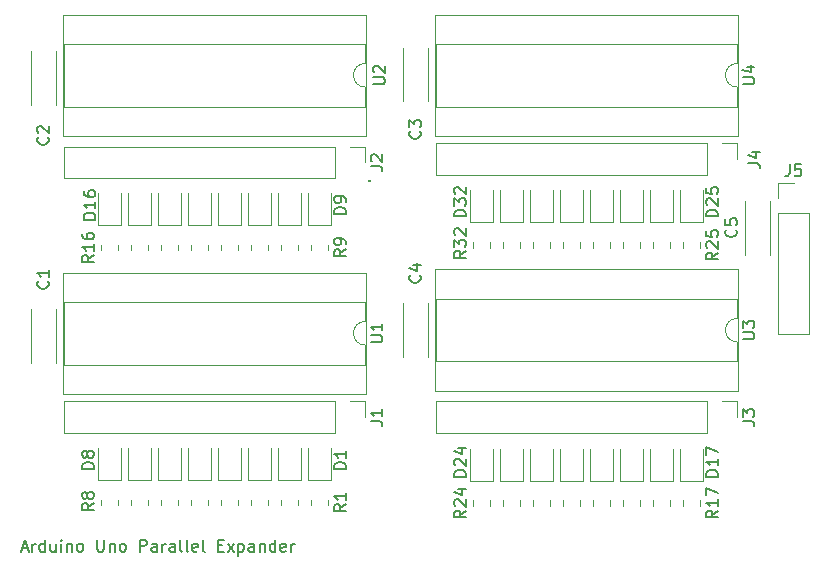
<source format=gbr>
%TF.GenerationSoftware,KiCad,Pcbnew,8.0.8*%
%TF.CreationDate,2025-02-03T13:00:51-08:00*%
%TF.ProjectId,ArduinoExpander,41726475-696e-46f4-9578-70616e646572,rev?*%
%TF.SameCoordinates,Original*%
%TF.FileFunction,Legend,Top*%
%TF.FilePolarity,Positive*%
%FSLAX46Y46*%
G04 Gerber Fmt 4.6, Leading zero omitted, Abs format (unit mm)*
G04 Created by KiCad (PCBNEW 8.0.8) date 2025-02-03 13:00:51*
%MOMM*%
%LPD*%
G01*
G04 APERTURE LIST*
%ADD10C,0.150000*%
%ADD11C,0.120000*%
G04 APERTURE END LIST*
D10*
X123127580Y-71246666D02*
X123175200Y-71294285D01*
X123175200Y-71294285D02*
X123222819Y-71437142D01*
X123222819Y-71437142D02*
X123222819Y-71532380D01*
X123222819Y-71532380D02*
X123175200Y-71675237D01*
X123175200Y-71675237D02*
X123079961Y-71770475D01*
X123079961Y-71770475D02*
X122984723Y-71818094D01*
X122984723Y-71818094D02*
X122794247Y-71865713D01*
X122794247Y-71865713D02*
X122651390Y-71865713D01*
X122651390Y-71865713D02*
X122460914Y-71818094D01*
X122460914Y-71818094D02*
X122365676Y-71770475D01*
X122365676Y-71770475D02*
X122270438Y-71675237D01*
X122270438Y-71675237D02*
X122222819Y-71532380D01*
X122222819Y-71532380D02*
X122222819Y-71437142D01*
X122222819Y-71437142D02*
X122270438Y-71294285D01*
X122270438Y-71294285D02*
X122318057Y-71246666D01*
X122222819Y-70341904D02*
X122222819Y-70818094D01*
X122222819Y-70818094D02*
X122699009Y-70865713D01*
X122699009Y-70865713D02*
X122651390Y-70818094D01*
X122651390Y-70818094D02*
X122603771Y-70722856D01*
X122603771Y-70722856D02*
X122603771Y-70484761D01*
X122603771Y-70484761D02*
X122651390Y-70389523D01*
X122651390Y-70389523D02*
X122699009Y-70341904D01*
X122699009Y-70341904D02*
X122794247Y-70294285D01*
X122794247Y-70294285D02*
X123032342Y-70294285D01*
X123032342Y-70294285D02*
X123127580Y-70341904D01*
X123127580Y-70341904D02*
X123175200Y-70389523D01*
X123175200Y-70389523D02*
X123222819Y-70484761D01*
X123222819Y-70484761D02*
X123222819Y-70722856D01*
X123222819Y-70722856D02*
X123175200Y-70818094D01*
X123175200Y-70818094D02*
X123127580Y-70865713D01*
X64875580Y-75604666D02*
X64923200Y-75652285D01*
X64923200Y-75652285D02*
X64970819Y-75795142D01*
X64970819Y-75795142D02*
X64970819Y-75890380D01*
X64970819Y-75890380D02*
X64923200Y-76033237D01*
X64923200Y-76033237D02*
X64827961Y-76128475D01*
X64827961Y-76128475D02*
X64732723Y-76176094D01*
X64732723Y-76176094D02*
X64542247Y-76223713D01*
X64542247Y-76223713D02*
X64399390Y-76223713D01*
X64399390Y-76223713D02*
X64208914Y-76176094D01*
X64208914Y-76176094D02*
X64113676Y-76128475D01*
X64113676Y-76128475D02*
X64018438Y-76033237D01*
X64018438Y-76033237D02*
X63970819Y-75890380D01*
X63970819Y-75890380D02*
X63970819Y-75795142D01*
X63970819Y-75795142D02*
X64018438Y-75652285D01*
X64018438Y-75652285D02*
X64066057Y-75604666D01*
X64970819Y-74652285D02*
X64970819Y-75223713D01*
X64970819Y-74937999D02*
X63970819Y-74937999D01*
X63970819Y-74937999D02*
X64113676Y-75033237D01*
X64113676Y-75033237D02*
X64208914Y-75128475D01*
X64208914Y-75128475D02*
X64256533Y-75223713D01*
X90116819Y-72914166D02*
X89640628Y-73247499D01*
X90116819Y-73485594D02*
X89116819Y-73485594D01*
X89116819Y-73485594D02*
X89116819Y-73104642D01*
X89116819Y-73104642D02*
X89164438Y-73009404D01*
X89164438Y-73009404D02*
X89212057Y-72961785D01*
X89212057Y-72961785D02*
X89307295Y-72914166D01*
X89307295Y-72914166D02*
X89450152Y-72914166D01*
X89450152Y-72914166D02*
X89545390Y-72961785D01*
X89545390Y-72961785D02*
X89593009Y-73009404D01*
X89593009Y-73009404D02*
X89640628Y-73104642D01*
X89640628Y-73104642D02*
X89640628Y-73485594D01*
X90116819Y-72437975D02*
X90116819Y-72247499D01*
X90116819Y-72247499D02*
X90069200Y-72152261D01*
X90069200Y-72152261D02*
X90021580Y-72104642D01*
X90021580Y-72104642D02*
X89878723Y-72009404D01*
X89878723Y-72009404D02*
X89688247Y-71961785D01*
X89688247Y-71961785D02*
X89307295Y-71961785D01*
X89307295Y-71961785D02*
X89212057Y-72009404D01*
X89212057Y-72009404D02*
X89164438Y-72057023D01*
X89164438Y-72057023D02*
X89116819Y-72152261D01*
X89116819Y-72152261D02*
X89116819Y-72342737D01*
X89116819Y-72342737D02*
X89164438Y-72437975D01*
X89164438Y-72437975D02*
X89212057Y-72485594D01*
X89212057Y-72485594D02*
X89307295Y-72533213D01*
X89307295Y-72533213D02*
X89545390Y-72533213D01*
X89545390Y-72533213D02*
X89640628Y-72485594D01*
X89640628Y-72485594D02*
X89688247Y-72437975D01*
X89688247Y-72437975D02*
X89735866Y-72342737D01*
X89735866Y-72342737D02*
X89735866Y-72152261D01*
X89735866Y-72152261D02*
X89688247Y-72057023D01*
X89688247Y-72057023D02*
X89640628Y-72009404D01*
X89640628Y-72009404D02*
X89545390Y-71961785D01*
X64875580Y-63412666D02*
X64923200Y-63460285D01*
X64923200Y-63460285D02*
X64970819Y-63603142D01*
X64970819Y-63603142D02*
X64970819Y-63698380D01*
X64970819Y-63698380D02*
X64923200Y-63841237D01*
X64923200Y-63841237D02*
X64827961Y-63936475D01*
X64827961Y-63936475D02*
X64732723Y-63984094D01*
X64732723Y-63984094D02*
X64542247Y-64031713D01*
X64542247Y-64031713D02*
X64399390Y-64031713D01*
X64399390Y-64031713D02*
X64208914Y-63984094D01*
X64208914Y-63984094D02*
X64113676Y-63936475D01*
X64113676Y-63936475D02*
X64018438Y-63841237D01*
X64018438Y-63841237D02*
X63970819Y-63698380D01*
X63970819Y-63698380D02*
X63970819Y-63603142D01*
X63970819Y-63603142D02*
X64018438Y-63460285D01*
X64018438Y-63460285D02*
X64066057Y-63412666D01*
X64066057Y-63031713D02*
X64018438Y-62984094D01*
X64018438Y-62984094D02*
X63970819Y-62888856D01*
X63970819Y-62888856D02*
X63970819Y-62650761D01*
X63970819Y-62650761D02*
X64018438Y-62555523D01*
X64018438Y-62555523D02*
X64066057Y-62507904D01*
X64066057Y-62507904D02*
X64161295Y-62460285D01*
X64161295Y-62460285D02*
X64256533Y-62460285D01*
X64256533Y-62460285D02*
X64399390Y-62507904D01*
X64399390Y-62507904D02*
X64970819Y-63079332D01*
X64970819Y-63079332D02*
X64970819Y-62460285D01*
X92133200Y-67049017D02*
X92180819Y-67096637D01*
X92180819Y-67096637D02*
X92133200Y-67144256D01*
X92133200Y-67144256D02*
X92085581Y-67096637D01*
X92085581Y-67096637D02*
X92133200Y-67049017D01*
X92133200Y-67049017D02*
X92133200Y-67144256D01*
X62667998Y-98213104D02*
X63144188Y-98213104D01*
X62572760Y-98498819D02*
X62906093Y-97498819D01*
X62906093Y-97498819D02*
X63239426Y-98498819D01*
X63572760Y-98498819D02*
X63572760Y-97832152D01*
X63572760Y-98022628D02*
X63620379Y-97927390D01*
X63620379Y-97927390D02*
X63667998Y-97879771D01*
X63667998Y-97879771D02*
X63763236Y-97832152D01*
X63763236Y-97832152D02*
X63858474Y-97832152D01*
X64620379Y-98498819D02*
X64620379Y-97498819D01*
X64620379Y-98451200D02*
X64525141Y-98498819D01*
X64525141Y-98498819D02*
X64334665Y-98498819D01*
X64334665Y-98498819D02*
X64239427Y-98451200D01*
X64239427Y-98451200D02*
X64191808Y-98403580D01*
X64191808Y-98403580D02*
X64144189Y-98308342D01*
X64144189Y-98308342D02*
X64144189Y-98022628D01*
X64144189Y-98022628D02*
X64191808Y-97927390D01*
X64191808Y-97927390D02*
X64239427Y-97879771D01*
X64239427Y-97879771D02*
X64334665Y-97832152D01*
X64334665Y-97832152D02*
X64525141Y-97832152D01*
X64525141Y-97832152D02*
X64620379Y-97879771D01*
X65525141Y-97832152D02*
X65525141Y-98498819D01*
X65096570Y-97832152D02*
X65096570Y-98355961D01*
X65096570Y-98355961D02*
X65144189Y-98451200D01*
X65144189Y-98451200D02*
X65239427Y-98498819D01*
X65239427Y-98498819D02*
X65382284Y-98498819D01*
X65382284Y-98498819D02*
X65477522Y-98451200D01*
X65477522Y-98451200D02*
X65525141Y-98403580D01*
X66001332Y-98498819D02*
X66001332Y-97832152D01*
X66001332Y-97498819D02*
X65953713Y-97546438D01*
X65953713Y-97546438D02*
X66001332Y-97594057D01*
X66001332Y-97594057D02*
X66048951Y-97546438D01*
X66048951Y-97546438D02*
X66001332Y-97498819D01*
X66001332Y-97498819D02*
X66001332Y-97594057D01*
X66477522Y-97832152D02*
X66477522Y-98498819D01*
X66477522Y-97927390D02*
X66525141Y-97879771D01*
X66525141Y-97879771D02*
X66620379Y-97832152D01*
X66620379Y-97832152D02*
X66763236Y-97832152D01*
X66763236Y-97832152D02*
X66858474Y-97879771D01*
X66858474Y-97879771D02*
X66906093Y-97975009D01*
X66906093Y-97975009D02*
X66906093Y-98498819D01*
X67525141Y-98498819D02*
X67429903Y-98451200D01*
X67429903Y-98451200D02*
X67382284Y-98403580D01*
X67382284Y-98403580D02*
X67334665Y-98308342D01*
X67334665Y-98308342D02*
X67334665Y-98022628D01*
X67334665Y-98022628D02*
X67382284Y-97927390D01*
X67382284Y-97927390D02*
X67429903Y-97879771D01*
X67429903Y-97879771D02*
X67525141Y-97832152D01*
X67525141Y-97832152D02*
X67667998Y-97832152D01*
X67667998Y-97832152D02*
X67763236Y-97879771D01*
X67763236Y-97879771D02*
X67810855Y-97927390D01*
X67810855Y-97927390D02*
X67858474Y-98022628D01*
X67858474Y-98022628D02*
X67858474Y-98308342D01*
X67858474Y-98308342D02*
X67810855Y-98403580D01*
X67810855Y-98403580D02*
X67763236Y-98451200D01*
X67763236Y-98451200D02*
X67667998Y-98498819D01*
X67667998Y-98498819D02*
X67525141Y-98498819D01*
X69048951Y-97498819D02*
X69048951Y-98308342D01*
X69048951Y-98308342D02*
X69096570Y-98403580D01*
X69096570Y-98403580D02*
X69144189Y-98451200D01*
X69144189Y-98451200D02*
X69239427Y-98498819D01*
X69239427Y-98498819D02*
X69429903Y-98498819D01*
X69429903Y-98498819D02*
X69525141Y-98451200D01*
X69525141Y-98451200D02*
X69572760Y-98403580D01*
X69572760Y-98403580D02*
X69620379Y-98308342D01*
X69620379Y-98308342D02*
X69620379Y-97498819D01*
X70096570Y-97832152D02*
X70096570Y-98498819D01*
X70096570Y-97927390D02*
X70144189Y-97879771D01*
X70144189Y-97879771D02*
X70239427Y-97832152D01*
X70239427Y-97832152D02*
X70382284Y-97832152D01*
X70382284Y-97832152D02*
X70477522Y-97879771D01*
X70477522Y-97879771D02*
X70525141Y-97975009D01*
X70525141Y-97975009D02*
X70525141Y-98498819D01*
X71144189Y-98498819D02*
X71048951Y-98451200D01*
X71048951Y-98451200D02*
X71001332Y-98403580D01*
X71001332Y-98403580D02*
X70953713Y-98308342D01*
X70953713Y-98308342D02*
X70953713Y-98022628D01*
X70953713Y-98022628D02*
X71001332Y-97927390D01*
X71001332Y-97927390D02*
X71048951Y-97879771D01*
X71048951Y-97879771D02*
X71144189Y-97832152D01*
X71144189Y-97832152D02*
X71287046Y-97832152D01*
X71287046Y-97832152D02*
X71382284Y-97879771D01*
X71382284Y-97879771D02*
X71429903Y-97927390D01*
X71429903Y-97927390D02*
X71477522Y-98022628D01*
X71477522Y-98022628D02*
X71477522Y-98308342D01*
X71477522Y-98308342D02*
X71429903Y-98403580D01*
X71429903Y-98403580D02*
X71382284Y-98451200D01*
X71382284Y-98451200D02*
X71287046Y-98498819D01*
X71287046Y-98498819D02*
X71144189Y-98498819D01*
X72667999Y-98498819D02*
X72667999Y-97498819D01*
X72667999Y-97498819D02*
X73048951Y-97498819D01*
X73048951Y-97498819D02*
X73144189Y-97546438D01*
X73144189Y-97546438D02*
X73191808Y-97594057D01*
X73191808Y-97594057D02*
X73239427Y-97689295D01*
X73239427Y-97689295D02*
X73239427Y-97832152D01*
X73239427Y-97832152D02*
X73191808Y-97927390D01*
X73191808Y-97927390D02*
X73144189Y-97975009D01*
X73144189Y-97975009D02*
X73048951Y-98022628D01*
X73048951Y-98022628D02*
X72667999Y-98022628D01*
X74096570Y-98498819D02*
X74096570Y-97975009D01*
X74096570Y-97975009D02*
X74048951Y-97879771D01*
X74048951Y-97879771D02*
X73953713Y-97832152D01*
X73953713Y-97832152D02*
X73763237Y-97832152D01*
X73763237Y-97832152D02*
X73667999Y-97879771D01*
X74096570Y-98451200D02*
X74001332Y-98498819D01*
X74001332Y-98498819D02*
X73763237Y-98498819D01*
X73763237Y-98498819D02*
X73667999Y-98451200D01*
X73667999Y-98451200D02*
X73620380Y-98355961D01*
X73620380Y-98355961D02*
X73620380Y-98260723D01*
X73620380Y-98260723D02*
X73667999Y-98165485D01*
X73667999Y-98165485D02*
X73763237Y-98117866D01*
X73763237Y-98117866D02*
X74001332Y-98117866D01*
X74001332Y-98117866D02*
X74096570Y-98070247D01*
X74572761Y-98498819D02*
X74572761Y-97832152D01*
X74572761Y-98022628D02*
X74620380Y-97927390D01*
X74620380Y-97927390D02*
X74667999Y-97879771D01*
X74667999Y-97879771D02*
X74763237Y-97832152D01*
X74763237Y-97832152D02*
X74858475Y-97832152D01*
X75620380Y-98498819D02*
X75620380Y-97975009D01*
X75620380Y-97975009D02*
X75572761Y-97879771D01*
X75572761Y-97879771D02*
X75477523Y-97832152D01*
X75477523Y-97832152D02*
X75287047Y-97832152D01*
X75287047Y-97832152D02*
X75191809Y-97879771D01*
X75620380Y-98451200D02*
X75525142Y-98498819D01*
X75525142Y-98498819D02*
X75287047Y-98498819D01*
X75287047Y-98498819D02*
X75191809Y-98451200D01*
X75191809Y-98451200D02*
X75144190Y-98355961D01*
X75144190Y-98355961D02*
X75144190Y-98260723D01*
X75144190Y-98260723D02*
X75191809Y-98165485D01*
X75191809Y-98165485D02*
X75287047Y-98117866D01*
X75287047Y-98117866D02*
X75525142Y-98117866D01*
X75525142Y-98117866D02*
X75620380Y-98070247D01*
X76239428Y-98498819D02*
X76144190Y-98451200D01*
X76144190Y-98451200D02*
X76096571Y-98355961D01*
X76096571Y-98355961D02*
X76096571Y-97498819D01*
X76763238Y-98498819D02*
X76668000Y-98451200D01*
X76668000Y-98451200D02*
X76620381Y-98355961D01*
X76620381Y-98355961D02*
X76620381Y-97498819D01*
X77525143Y-98451200D02*
X77429905Y-98498819D01*
X77429905Y-98498819D02*
X77239429Y-98498819D01*
X77239429Y-98498819D02*
X77144191Y-98451200D01*
X77144191Y-98451200D02*
X77096572Y-98355961D01*
X77096572Y-98355961D02*
X77096572Y-97975009D01*
X77096572Y-97975009D02*
X77144191Y-97879771D01*
X77144191Y-97879771D02*
X77239429Y-97832152D01*
X77239429Y-97832152D02*
X77429905Y-97832152D01*
X77429905Y-97832152D02*
X77525143Y-97879771D01*
X77525143Y-97879771D02*
X77572762Y-97975009D01*
X77572762Y-97975009D02*
X77572762Y-98070247D01*
X77572762Y-98070247D02*
X77096572Y-98165485D01*
X78144191Y-98498819D02*
X78048953Y-98451200D01*
X78048953Y-98451200D02*
X78001334Y-98355961D01*
X78001334Y-98355961D02*
X78001334Y-97498819D01*
X79287049Y-97975009D02*
X79620382Y-97975009D01*
X79763239Y-98498819D02*
X79287049Y-98498819D01*
X79287049Y-98498819D02*
X79287049Y-97498819D01*
X79287049Y-97498819D02*
X79763239Y-97498819D01*
X80096573Y-98498819D02*
X80620382Y-97832152D01*
X80096573Y-97832152D02*
X80620382Y-98498819D01*
X81001335Y-97832152D02*
X81001335Y-98832152D01*
X81001335Y-97879771D02*
X81096573Y-97832152D01*
X81096573Y-97832152D02*
X81287049Y-97832152D01*
X81287049Y-97832152D02*
X81382287Y-97879771D01*
X81382287Y-97879771D02*
X81429906Y-97927390D01*
X81429906Y-97927390D02*
X81477525Y-98022628D01*
X81477525Y-98022628D02*
X81477525Y-98308342D01*
X81477525Y-98308342D02*
X81429906Y-98403580D01*
X81429906Y-98403580D02*
X81382287Y-98451200D01*
X81382287Y-98451200D02*
X81287049Y-98498819D01*
X81287049Y-98498819D02*
X81096573Y-98498819D01*
X81096573Y-98498819D02*
X81001335Y-98451200D01*
X82334668Y-98498819D02*
X82334668Y-97975009D01*
X82334668Y-97975009D02*
X82287049Y-97879771D01*
X82287049Y-97879771D02*
X82191811Y-97832152D01*
X82191811Y-97832152D02*
X82001335Y-97832152D01*
X82001335Y-97832152D02*
X81906097Y-97879771D01*
X82334668Y-98451200D02*
X82239430Y-98498819D01*
X82239430Y-98498819D02*
X82001335Y-98498819D01*
X82001335Y-98498819D02*
X81906097Y-98451200D01*
X81906097Y-98451200D02*
X81858478Y-98355961D01*
X81858478Y-98355961D02*
X81858478Y-98260723D01*
X81858478Y-98260723D02*
X81906097Y-98165485D01*
X81906097Y-98165485D02*
X82001335Y-98117866D01*
X82001335Y-98117866D02*
X82239430Y-98117866D01*
X82239430Y-98117866D02*
X82334668Y-98070247D01*
X82810859Y-97832152D02*
X82810859Y-98498819D01*
X82810859Y-97927390D02*
X82858478Y-97879771D01*
X82858478Y-97879771D02*
X82953716Y-97832152D01*
X82953716Y-97832152D02*
X83096573Y-97832152D01*
X83096573Y-97832152D02*
X83191811Y-97879771D01*
X83191811Y-97879771D02*
X83239430Y-97975009D01*
X83239430Y-97975009D02*
X83239430Y-98498819D01*
X84144192Y-98498819D02*
X84144192Y-97498819D01*
X84144192Y-98451200D02*
X84048954Y-98498819D01*
X84048954Y-98498819D02*
X83858478Y-98498819D01*
X83858478Y-98498819D02*
X83763240Y-98451200D01*
X83763240Y-98451200D02*
X83715621Y-98403580D01*
X83715621Y-98403580D02*
X83668002Y-98308342D01*
X83668002Y-98308342D02*
X83668002Y-98022628D01*
X83668002Y-98022628D02*
X83715621Y-97927390D01*
X83715621Y-97927390D02*
X83763240Y-97879771D01*
X83763240Y-97879771D02*
X83858478Y-97832152D01*
X83858478Y-97832152D02*
X84048954Y-97832152D01*
X84048954Y-97832152D02*
X84144192Y-97879771D01*
X85001335Y-98451200D02*
X84906097Y-98498819D01*
X84906097Y-98498819D02*
X84715621Y-98498819D01*
X84715621Y-98498819D02*
X84620383Y-98451200D01*
X84620383Y-98451200D02*
X84572764Y-98355961D01*
X84572764Y-98355961D02*
X84572764Y-97975009D01*
X84572764Y-97975009D02*
X84620383Y-97879771D01*
X84620383Y-97879771D02*
X84715621Y-97832152D01*
X84715621Y-97832152D02*
X84906097Y-97832152D01*
X84906097Y-97832152D02*
X85001335Y-97879771D01*
X85001335Y-97879771D02*
X85048954Y-97975009D01*
X85048954Y-97975009D02*
X85048954Y-98070247D01*
X85048954Y-98070247D02*
X84572764Y-98165485D01*
X85477526Y-98498819D02*
X85477526Y-97832152D01*
X85477526Y-98022628D02*
X85525145Y-97927390D01*
X85525145Y-97927390D02*
X85572764Y-97879771D01*
X85572764Y-97879771D02*
X85668002Y-97832152D01*
X85668002Y-97832152D02*
X85763240Y-97832152D01*
X123704819Y-87445333D02*
X124419104Y-87445333D01*
X124419104Y-87445333D02*
X124561961Y-87492952D01*
X124561961Y-87492952D02*
X124657200Y-87588190D01*
X124657200Y-87588190D02*
X124704819Y-87731047D01*
X124704819Y-87731047D02*
X124704819Y-87826285D01*
X123704819Y-87064380D02*
X123704819Y-86445333D01*
X123704819Y-86445333D02*
X124085771Y-86778666D01*
X124085771Y-86778666D02*
X124085771Y-86635809D01*
X124085771Y-86635809D02*
X124133390Y-86540571D01*
X124133390Y-86540571D02*
X124181009Y-86492952D01*
X124181009Y-86492952D02*
X124276247Y-86445333D01*
X124276247Y-86445333D02*
X124514342Y-86445333D01*
X124514342Y-86445333D02*
X124609580Y-86492952D01*
X124609580Y-86492952D02*
X124657200Y-86540571D01*
X124657200Y-86540571D02*
X124704819Y-86635809D01*
X124704819Y-86635809D02*
X124704819Y-86921523D01*
X124704819Y-86921523D02*
X124657200Y-87016761D01*
X124657200Y-87016761D02*
X124609580Y-87064380D01*
X90116819Y-91484594D02*
X89116819Y-91484594D01*
X89116819Y-91484594D02*
X89116819Y-91246499D01*
X89116819Y-91246499D02*
X89164438Y-91103642D01*
X89164438Y-91103642D02*
X89259676Y-91008404D01*
X89259676Y-91008404D02*
X89354914Y-90960785D01*
X89354914Y-90960785D02*
X89545390Y-90913166D01*
X89545390Y-90913166D02*
X89688247Y-90913166D01*
X89688247Y-90913166D02*
X89878723Y-90960785D01*
X89878723Y-90960785D02*
X89973961Y-91008404D01*
X89973961Y-91008404D02*
X90069200Y-91103642D01*
X90069200Y-91103642D02*
X90116819Y-91246499D01*
X90116819Y-91246499D02*
X90116819Y-91484594D01*
X90116819Y-89960785D02*
X90116819Y-90532213D01*
X90116819Y-90246499D02*
X89116819Y-90246499D01*
X89116819Y-90246499D02*
X89259676Y-90341737D01*
X89259676Y-90341737D02*
X89354914Y-90436975D01*
X89354914Y-90436975D02*
X89402533Y-90532213D01*
X92208819Y-80771904D02*
X93018342Y-80771904D01*
X93018342Y-80771904D02*
X93113580Y-80724285D01*
X93113580Y-80724285D02*
X93161200Y-80676666D01*
X93161200Y-80676666D02*
X93208819Y-80581428D01*
X93208819Y-80581428D02*
X93208819Y-80390952D01*
X93208819Y-80390952D02*
X93161200Y-80295714D01*
X93161200Y-80295714D02*
X93113580Y-80248095D01*
X93113580Y-80248095D02*
X93018342Y-80200476D01*
X93018342Y-80200476D02*
X92208819Y-80200476D01*
X93208819Y-79200476D02*
X93208819Y-79771904D01*
X93208819Y-79486190D02*
X92208819Y-79486190D01*
X92208819Y-79486190D02*
X92351676Y-79581428D01*
X92351676Y-79581428D02*
X92446914Y-79676666D01*
X92446914Y-79676666D02*
X92494533Y-79771904D01*
X92418819Y-58927904D02*
X93228342Y-58927904D01*
X93228342Y-58927904D02*
X93323580Y-58880285D01*
X93323580Y-58880285D02*
X93371200Y-58832666D01*
X93371200Y-58832666D02*
X93418819Y-58737428D01*
X93418819Y-58737428D02*
X93418819Y-58546952D01*
X93418819Y-58546952D02*
X93371200Y-58451714D01*
X93371200Y-58451714D02*
X93323580Y-58404095D01*
X93323580Y-58404095D02*
X93228342Y-58356476D01*
X93228342Y-58356476D02*
X92418819Y-58356476D01*
X92514057Y-57927904D02*
X92466438Y-57880285D01*
X92466438Y-57880285D02*
X92418819Y-57785047D01*
X92418819Y-57785047D02*
X92418819Y-57546952D01*
X92418819Y-57546952D02*
X92466438Y-57451714D01*
X92466438Y-57451714D02*
X92514057Y-57404095D01*
X92514057Y-57404095D02*
X92609295Y-57356476D01*
X92609295Y-57356476D02*
X92704533Y-57356476D01*
X92704533Y-57356476D02*
X92847390Y-57404095D01*
X92847390Y-57404095D02*
X93418819Y-57975523D01*
X93418819Y-57975523D02*
X93418819Y-57356476D01*
X123704819Y-58927904D02*
X124514342Y-58927904D01*
X124514342Y-58927904D02*
X124609580Y-58880285D01*
X124609580Y-58880285D02*
X124657200Y-58832666D01*
X124657200Y-58832666D02*
X124704819Y-58737428D01*
X124704819Y-58737428D02*
X124704819Y-58546952D01*
X124704819Y-58546952D02*
X124657200Y-58451714D01*
X124657200Y-58451714D02*
X124609580Y-58404095D01*
X124609580Y-58404095D02*
X124514342Y-58356476D01*
X124514342Y-58356476D02*
X123704819Y-58356476D01*
X124038152Y-57451714D02*
X124704819Y-57451714D01*
X123657200Y-57689809D02*
X124371485Y-57927904D01*
X124371485Y-57927904D02*
X124371485Y-57308857D01*
X68780819Y-91484594D02*
X67780819Y-91484594D01*
X67780819Y-91484594D02*
X67780819Y-91246499D01*
X67780819Y-91246499D02*
X67828438Y-91103642D01*
X67828438Y-91103642D02*
X67923676Y-91008404D01*
X67923676Y-91008404D02*
X68018914Y-90960785D01*
X68018914Y-90960785D02*
X68209390Y-90913166D01*
X68209390Y-90913166D02*
X68352247Y-90913166D01*
X68352247Y-90913166D02*
X68542723Y-90960785D01*
X68542723Y-90960785D02*
X68637961Y-91008404D01*
X68637961Y-91008404D02*
X68733200Y-91103642D01*
X68733200Y-91103642D02*
X68780819Y-91246499D01*
X68780819Y-91246499D02*
X68780819Y-91484594D01*
X68209390Y-90341737D02*
X68161771Y-90436975D01*
X68161771Y-90436975D02*
X68114152Y-90484594D01*
X68114152Y-90484594D02*
X68018914Y-90532213D01*
X68018914Y-90532213D02*
X67971295Y-90532213D01*
X67971295Y-90532213D02*
X67876057Y-90484594D01*
X67876057Y-90484594D02*
X67828438Y-90436975D01*
X67828438Y-90436975D02*
X67780819Y-90341737D01*
X67780819Y-90341737D02*
X67780819Y-90151261D01*
X67780819Y-90151261D02*
X67828438Y-90056023D01*
X67828438Y-90056023D02*
X67876057Y-90008404D01*
X67876057Y-90008404D02*
X67971295Y-89960785D01*
X67971295Y-89960785D02*
X68018914Y-89960785D01*
X68018914Y-89960785D02*
X68114152Y-90008404D01*
X68114152Y-90008404D02*
X68161771Y-90056023D01*
X68161771Y-90056023D02*
X68209390Y-90151261D01*
X68209390Y-90151261D02*
X68209390Y-90341737D01*
X68209390Y-90341737D02*
X68257009Y-90436975D01*
X68257009Y-90436975D02*
X68304628Y-90484594D01*
X68304628Y-90484594D02*
X68399866Y-90532213D01*
X68399866Y-90532213D02*
X68590342Y-90532213D01*
X68590342Y-90532213D02*
X68685580Y-90484594D01*
X68685580Y-90484594D02*
X68733200Y-90436975D01*
X68733200Y-90436975D02*
X68780819Y-90341737D01*
X68780819Y-90341737D02*
X68780819Y-90151261D01*
X68780819Y-90151261D02*
X68733200Y-90056023D01*
X68733200Y-90056023D02*
X68685580Y-90008404D01*
X68685580Y-90008404D02*
X68590342Y-89960785D01*
X68590342Y-89960785D02*
X68399866Y-89960785D01*
X68399866Y-89960785D02*
X68304628Y-90008404D01*
X68304628Y-90008404D02*
X68257009Y-90056023D01*
X68257009Y-90056023D02*
X68209390Y-90151261D01*
X121612819Y-95027357D02*
X121136628Y-95360690D01*
X121612819Y-95598785D02*
X120612819Y-95598785D01*
X120612819Y-95598785D02*
X120612819Y-95217833D01*
X120612819Y-95217833D02*
X120660438Y-95122595D01*
X120660438Y-95122595D02*
X120708057Y-95074976D01*
X120708057Y-95074976D02*
X120803295Y-95027357D01*
X120803295Y-95027357D02*
X120946152Y-95027357D01*
X120946152Y-95027357D02*
X121041390Y-95074976D01*
X121041390Y-95074976D02*
X121089009Y-95122595D01*
X121089009Y-95122595D02*
X121136628Y-95217833D01*
X121136628Y-95217833D02*
X121136628Y-95598785D01*
X121612819Y-94074976D02*
X121612819Y-94646404D01*
X121612819Y-94360690D02*
X120612819Y-94360690D01*
X120612819Y-94360690D02*
X120755676Y-94455928D01*
X120755676Y-94455928D02*
X120850914Y-94551166D01*
X120850914Y-94551166D02*
X120898533Y-94646404D01*
X120612819Y-93741642D02*
X120612819Y-93074976D01*
X120612819Y-93074976D02*
X121612819Y-93503547D01*
X92208819Y-65865333D02*
X92923104Y-65865333D01*
X92923104Y-65865333D02*
X93065961Y-65912952D01*
X93065961Y-65912952D02*
X93161200Y-66008190D01*
X93161200Y-66008190D02*
X93208819Y-66151047D01*
X93208819Y-66151047D02*
X93208819Y-66246285D01*
X92304057Y-65436761D02*
X92256438Y-65389142D01*
X92256438Y-65389142D02*
X92208819Y-65293904D01*
X92208819Y-65293904D02*
X92208819Y-65055809D01*
X92208819Y-65055809D02*
X92256438Y-64960571D01*
X92256438Y-64960571D02*
X92304057Y-64912952D01*
X92304057Y-64912952D02*
X92399295Y-64865333D01*
X92399295Y-64865333D02*
X92494533Y-64865333D01*
X92494533Y-64865333D02*
X92637390Y-64912952D01*
X92637390Y-64912952D02*
X93208819Y-65484380D01*
X93208819Y-65484380D02*
X93208819Y-64865333D01*
X100276819Y-92146285D02*
X99276819Y-92146285D01*
X99276819Y-92146285D02*
X99276819Y-91908190D01*
X99276819Y-91908190D02*
X99324438Y-91765333D01*
X99324438Y-91765333D02*
X99419676Y-91670095D01*
X99419676Y-91670095D02*
X99514914Y-91622476D01*
X99514914Y-91622476D02*
X99705390Y-91574857D01*
X99705390Y-91574857D02*
X99848247Y-91574857D01*
X99848247Y-91574857D02*
X100038723Y-91622476D01*
X100038723Y-91622476D02*
X100133961Y-91670095D01*
X100133961Y-91670095D02*
X100229200Y-91765333D01*
X100229200Y-91765333D02*
X100276819Y-91908190D01*
X100276819Y-91908190D02*
X100276819Y-92146285D01*
X99372057Y-91193904D02*
X99324438Y-91146285D01*
X99324438Y-91146285D02*
X99276819Y-91051047D01*
X99276819Y-91051047D02*
X99276819Y-90812952D01*
X99276819Y-90812952D02*
X99324438Y-90717714D01*
X99324438Y-90717714D02*
X99372057Y-90670095D01*
X99372057Y-90670095D02*
X99467295Y-90622476D01*
X99467295Y-90622476D02*
X99562533Y-90622476D01*
X99562533Y-90622476D02*
X99705390Y-90670095D01*
X99705390Y-90670095D02*
X100276819Y-91241523D01*
X100276819Y-91241523D02*
X100276819Y-90622476D01*
X99610152Y-89765333D02*
X100276819Y-89765333D01*
X99229200Y-90003428D02*
X99943485Y-90241523D01*
X99943485Y-90241523D02*
X99943485Y-89622476D01*
X96371580Y-62904666D02*
X96419200Y-62952285D01*
X96419200Y-62952285D02*
X96466819Y-63095142D01*
X96466819Y-63095142D02*
X96466819Y-63190380D01*
X96466819Y-63190380D02*
X96419200Y-63333237D01*
X96419200Y-63333237D02*
X96323961Y-63428475D01*
X96323961Y-63428475D02*
X96228723Y-63476094D01*
X96228723Y-63476094D02*
X96038247Y-63523713D01*
X96038247Y-63523713D02*
X95895390Y-63523713D01*
X95895390Y-63523713D02*
X95704914Y-63476094D01*
X95704914Y-63476094D02*
X95609676Y-63428475D01*
X95609676Y-63428475D02*
X95514438Y-63333237D01*
X95514438Y-63333237D02*
X95466819Y-63190380D01*
X95466819Y-63190380D02*
X95466819Y-63095142D01*
X95466819Y-63095142D02*
X95514438Y-62952285D01*
X95514438Y-62952285D02*
X95562057Y-62904666D01*
X95466819Y-62571332D02*
X95466819Y-61952285D01*
X95466819Y-61952285D02*
X95847771Y-62285618D01*
X95847771Y-62285618D02*
X95847771Y-62142761D01*
X95847771Y-62142761D02*
X95895390Y-62047523D01*
X95895390Y-62047523D02*
X95943009Y-61999904D01*
X95943009Y-61999904D02*
X96038247Y-61952285D01*
X96038247Y-61952285D02*
X96276342Y-61952285D01*
X96276342Y-61952285D02*
X96371580Y-61999904D01*
X96371580Y-61999904D02*
X96419200Y-62047523D01*
X96419200Y-62047523D02*
X96466819Y-62142761D01*
X96466819Y-62142761D02*
X96466819Y-62428475D01*
X96466819Y-62428475D02*
X96419200Y-62523713D01*
X96419200Y-62523713D02*
X96371580Y-62571332D01*
X90116819Y-94494166D02*
X89640628Y-94827499D01*
X90116819Y-95065594D02*
X89116819Y-95065594D01*
X89116819Y-95065594D02*
X89116819Y-94684642D01*
X89116819Y-94684642D02*
X89164438Y-94589404D01*
X89164438Y-94589404D02*
X89212057Y-94541785D01*
X89212057Y-94541785D02*
X89307295Y-94494166D01*
X89307295Y-94494166D02*
X89450152Y-94494166D01*
X89450152Y-94494166D02*
X89545390Y-94541785D01*
X89545390Y-94541785D02*
X89593009Y-94589404D01*
X89593009Y-94589404D02*
X89640628Y-94684642D01*
X89640628Y-94684642D02*
X89640628Y-95065594D01*
X90116819Y-93541785D02*
X90116819Y-94113213D01*
X90116819Y-93827499D02*
X89116819Y-93827499D01*
X89116819Y-93827499D02*
X89259676Y-93922737D01*
X89259676Y-93922737D02*
X89354914Y-94017975D01*
X89354914Y-94017975D02*
X89402533Y-94113213D01*
X68908819Y-70380785D02*
X67908819Y-70380785D01*
X67908819Y-70380785D02*
X67908819Y-70142690D01*
X67908819Y-70142690D02*
X67956438Y-69999833D01*
X67956438Y-69999833D02*
X68051676Y-69904595D01*
X68051676Y-69904595D02*
X68146914Y-69856976D01*
X68146914Y-69856976D02*
X68337390Y-69809357D01*
X68337390Y-69809357D02*
X68480247Y-69809357D01*
X68480247Y-69809357D02*
X68670723Y-69856976D01*
X68670723Y-69856976D02*
X68765961Y-69904595D01*
X68765961Y-69904595D02*
X68861200Y-69999833D01*
X68861200Y-69999833D02*
X68908819Y-70142690D01*
X68908819Y-70142690D02*
X68908819Y-70380785D01*
X68908819Y-68856976D02*
X68908819Y-69428404D01*
X68908819Y-69142690D02*
X67908819Y-69142690D01*
X67908819Y-69142690D02*
X68051676Y-69237928D01*
X68051676Y-69237928D02*
X68146914Y-69333166D01*
X68146914Y-69333166D02*
X68194533Y-69428404D01*
X67908819Y-67999833D02*
X67908819Y-68190309D01*
X67908819Y-68190309D02*
X67956438Y-68285547D01*
X67956438Y-68285547D02*
X68004057Y-68333166D01*
X68004057Y-68333166D02*
X68146914Y-68428404D01*
X68146914Y-68428404D02*
X68337390Y-68476023D01*
X68337390Y-68476023D02*
X68718342Y-68476023D01*
X68718342Y-68476023D02*
X68813580Y-68428404D01*
X68813580Y-68428404D02*
X68861200Y-68380785D01*
X68861200Y-68380785D02*
X68908819Y-68285547D01*
X68908819Y-68285547D02*
X68908819Y-68095071D01*
X68908819Y-68095071D02*
X68861200Y-67999833D01*
X68861200Y-67999833D02*
X68813580Y-67952214D01*
X68813580Y-67952214D02*
X68718342Y-67904595D01*
X68718342Y-67904595D02*
X68480247Y-67904595D01*
X68480247Y-67904595D02*
X68385009Y-67952214D01*
X68385009Y-67952214D02*
X68337390Y-67999833D01*
X68337390Y-67999833D02*
X68289771Y-68095071D01*
X68289771Y-68095071D02*
X68289771Y-68285547D01*
X68289771Y-68285547D02*
X68337390Y-68380785D01*
X68337390Y-68380785D02*
X68385009Y-68428404D01*
X68385009Y-68428404D02*
X68480247Y-68476023D01*
X121612819Y-92146285D02*
X120612819Y-92146285D01*
X120612819Y-92146285D02*
X120612819Y-91908190D01*
X120612819Y-91908190D02*
X120660438Y-91765333D01*
X120660438Y-91765333D02*
X120755676Y-91670095D01*
X120755676Y-91670095D02*
X120850914Y-91622476D01*
X120850914Y-91622476D02*
X121041390Y-91574857D01*
X121041390Y-91574857D02*
X121184247Y-91574857D01*
X121184247Y-91574857D02*
X121374723Y-91622476D01*
X121374723Y-91622476D02*
X121469961Y-91670095D01*
X121469961Y-91670095D02*
X121565200Y-91765333D01*
X121565200Y-91765333D02*
X121612819Y-91908190D01*
X121612819Y-91908190D02*
X121612819Y-92146285D01*
X121612819Y-90622476D02*
X121612819Y-91193904D01*
X121612819Y-90908190D02*
X120612819Y-90908190D01*
X120612819Y-90908190D02*
X120755676Y-91003428D01*
X120755676Y-91003428D02*
X120850914Y-91098666D01*
X120850914Y-91098666D02*
X120898533Y-91193904D01*
X120612819Y-90289142D02*
X120612819Y-89622476D01*
X120612819Y-89622476D02*
X121612819Y-90051047D01*
X121612819Y-70116785D02*
X120612819Y-70116785D01*
X120612819Y-70116785D02*
X120612819Y-69878690D01*
X120612819Y-69878690D02*
X120660438Y-69735833D01*
X120660438Y-69735833D02*
X120755676Y-69640595D01*
X120755676Y-69640595D02*
X120850914Y-69592976D01*
X120850914Y-69592976D02*
X121041390Y-69545357D01*
X121041390Y-69545357D02*
X121184247Y-69545357D01*
X121184247Y-69545357D02*
X121374723Y-69592976D01*
X121374723Y-69592976D02*
X121469961Y-69640595D01*
X121469961Y-69640595D02*
X121565200Y-69735833D01*
X121565200Y-69735833D02*
X121612819Y-69878690D01*
X121612819Y-69878690D02*
X121612819Y-70116785D01*
X120708057Y-69164404D02*
X120660438Y-69116785D01*
X120660438Y-69116785D02*
X120612819Y-69021547D01*
X120612819Y-69021547D02*
X120612819Y-68783452D01*
X120612819Y-68783452D02*
X120660438Y-68688214D01*
X120660438Y-68688214D02*
X120708057Y-68640595D01*
X120708057Y-68640595D02*
X120803295Y-68592976D01*
X120803295Y-68592976D02*
X120898533Y-68592976D01*
X120898533Y-68592976D02*
X121041390Y-68640595D01*
X121041390Y-68640595D02*
X121612819Y-69212023D01*
X121612819Y-69212023D02*
X121612819Y-68592976D01*
X120612819Y-67688214D02*
X120612819Y-68164404D01*
X120612819Y-68164404D02*
X121089009Y-68212023D01*
X121089009Y-68212023D02*
X121041390Y-68164404D01*
X121041390Y-68164404D02*
X120993771Y-68069166D01*
X120993771Y-68069166D02*
X120993771Y-67831071D01*
X120993771Y-67831071D02*
X121041390Y-67735833D01*
X121041390Y-67735833D02*
X121089009Y-67688214D01*
X121089009Y-67688214D02*
X121184247Y-67640595D01*
X121184247Y-67640595D02*
X121422342Y-67640595D01*
X121422342Y-67640595D02*
X121517580Y-67688214D01*
X121517580Y-67688214D02*
X121565200Y-67735833D01*
X121565200Y-67735833D02*
X121612819Y-67831071D01*
X121612819Y-67831071D02*
X121612819Y-68069166D01*
X121612819Y-68069166D02*
X121565200Y-68164404D01*
X121565200Y-68164404D02*
X121517580Y-68212023D01*
X68780819Y-73390357D02*
X68304628Y-73723690D01*
X68780819Y-73961785D02*
X67780819Y-73961785D01*
X67780819Y-73961785D02*
X67780819Y-73580833D01*
X67780819Y-73580833D02*
X67828438Y-73485595D01*
X67828438Y-73485595D02*
X67876057Y-73437976D01*
X67876057Y-73437976D02*
X67971295Y-73390357D01*
X67971295Y-73390357D02*
X68114152Y-73390357D01*
X68114152Y-73390357D02*
X68209390Y-73437976D01*
X68209390Y-73437976D02*
X68257009Y-73485595D01*
X68257009Y-73485595D02*
X68304628Y-73580833D01*
X68304628Y-73580833D02*
X68304628Y-73961785D01*
X68780819Y-72437976D02*
X68780819Y-73009404D01*
X68780819Y-72723690D02*
X67780819Y-72723690D01*
X67780819Y-72723690D02*
X67923676Y-72818928D01*
X67923676Y-72818928D02*
X68018914Y-72914166D01*
X68018914Y-72914166D02*
X68066533Y-73009404D01*
X67780819Y-71580833D02*
X67780819Y-71771309D01*
X67780819Y-71771309D02*
X67828438Y-71866547D01*
X67828438Y-71866547D02*
X67876057Y-71914166D01*
X67876057Y-71914166D02*
X68018914Y-72009404D01*
X68018914Y-72009404D02*
X68209390Y-72057023D01*
X68209390Y-72057023D02*
X68590342Y-72057023D01*
X68590342Y-72057023D02*
X68685580Y-72009404D01*
X68685580Y-72009404D02*
X68733200Y-71961785D01*
X68733200Y-71961785D02*
X68780819Y-71866547D01*
X68780819Y-71866547D02*
X68780819Y-71676071D01*
X68780819Y-71676071D02*
X68733200Y-71580833D01*
X68733200Y-71580833D02*
X68685580Y-71533214D01*
X68685580Y-71533214D02*
X68590342Y-71485595D01*
X68590342Y-71485595D02*
X68352247Y-71485595D01*
X68352247Y-71485595D02*
X68257009Y-71533214D01*
X68257009Y-71533214D02*
X68209390Y-71580833D01*
X68209390Y-71580833D02*
X68161771Y-71676071D01*
X68161771Y-71676071D02*
X68161771Y-71866547D01*
X68161771Y-71866547D02*
X68209390Y-71961785D01*
X68209390Y-71961785D02*
X68257009Y-72009404D01*
X68257009Y-72009404D02*
X68352247Y-72057023D01*
X96371580Y-75096666D02*
X96419200Y-75144285D01*
X96419200Y-75144285D02*
X96466819Y-75287142D01*
X96466819Y-75287142D02*
X96466819Y-75382380D01*
X96466819Y-75382380D02*
X96419200Y-75525237D01*
X96419200Y-75525237D02*
X96323961Y-75620475D01*
X96323961Y-75620475D02*
X96228723Y-75668094D01*
X96228723Y-75668094D02*
X96038247Y-75715713D01*
X96038247Y-75715713D02*
X95895390Y-75715713D01*
X95895390Y-75715713D02*
X95704914Y-75668094D01*
X95704914Y-75668094D02*
X95609676Y-75620475D01*
X95609676Y-75620475D02*
X95514438Y-75525237D01*
X95514438Y-75525237D02*
X95466819Y-75382380D01*
X95466819Y-75382380D02*
X95466819Y-75287142D01*
X95466819Y-75287142D02*
X95514438Y-75144285D01*
X95514438Y-75144285D02*
X95562057Y-75096666D01*
X95800152Y-74239523D02*
X96466819Y-74239523D01*
X95419200Y-74477618D02*
X96133485Y-74715713D01*
X96133485Y-74715713D02*
X96133485Y-74096666D01*
X123704819Y-80507904D02*
X124514342Y-80507904D01*
X124514342Y-80507904D02*
X124609580Y-80460285D01*
X124609580Y-80460285D02*
X124657200Y-80412666D01*
X124657200Y-80412666D02*
X124704819Y-80317428D01*
X124704819Y-80317428D02*
X124704819Y-80126952D01*
X124704819Y-80126952D02*
X124657200Y-80031714D01*
X124657200Y-80031714D02*
X124609580Y-79984095D01*
X124609580Y-79984095D02*
X124514342Y-79936476D01*
X124514342Y-79936476D02*
X123704819Y-79936476D01*
X123704819Y-79555523D02*
X123704819Y-78936476D01*
X123704819Y-78936476D02*
X124085771Y-79269809D01*
X124085771Y-79269809D02*
X124085771Y-79126952D01*
X124085771Y-79126952D02*
X124133390Y-79031714D01*
X124133390Y-79031714D02*
X124181009Y-78984095D01*
X124181009Y-78984095D02*
X124276247Y-78936476D01*
X124276247Y-78936476D02*
X124514342Y-78936476D01*
X124514342Y-78936476D02*
X124609580Y-78984095D01*
X124609580Y-78984095D02*
X124657200Y-79031714D01*
X124657200Y-79031714D02*
X124704819Y-79126952D01*
X124704819Y-79126952D02*
X124704819Y-79412666D01*
X124704819Y-79412666D02*
X124657200Y-79507904D01*
X124657200Y-79507904D02*
X124609580Y-79555523D01*
X124168819Y-65601333D02*
X124883104Y-65601333D01*
X124883104Y-65601333D02*
X125025961Y-65648952D01*
X125025961Y-65648952D02*
X125121200Y-65744190D01*
X125121200Y-65744190D02*
X125168819Y-65887047D01*
X125168819Y-65887047D02*
X125168819Y-65982285D01*
X124502152Y-64696571D02*
X125168819Y-64696571D01*
X124121200Y-64934666D02*
X124835485Y-65172761D01*
X124835485Y-65172761D02*
X124835485Y-64553714D01*
X90116819Y-69904594D02*
X89116819Y-69904594D01*
X89116819Y-69904594D02*
X89116819Y-69666499D01*
X89116819Y-69666499D02*
X89164438Y-69523642D01*
X89164438Y-69523642D02*
X89259676Y-69428404D01*
X89259676Y-69428404D02*
X89354914Y-69380785D01*
X89354914Y-69380785D02*
X89545390Y-69333166D01*
X89545390Y-69333166D02*
X89688247Y-69333166D01*
X89688247Y-69333166D02*
X89878723Y-69380785D01*
X89878723Y-69380785D02*
X89973961Y-69428404D01*
X89973961Y-69428404D02*
X90069200Y-69523642D01*
X90069200Y-69523642D02*
X90116819Y-69666499D01*
X90116819Y-69666499D02*
X90116819Y-69904594D01*
X90116819Y-68856975D02*
X90116819Y-68666499D01*
X90116819Y-68666499D02*
X90069200Y-68571261D01*
X90069200Y-68571261D02*
X90021580Y-68523642D01*
X90021580Y-68523642D02*
X89878723Y-68428404D01*
X89878723Y-68428404D02*
X89688247Y-68380785D01*
X89688247Y-68380785D02*
X89307295Y-68380785D01*
X89307295Y-68380785D02*
X89212057Y-68428404D01*
X89212057Y-68428404D02*
X89164438Y-68476023D01*
X89164438Y-68476023D02*
X89116819Y-68571261D01*
X89116819Y-68571261D02*
X89116819Y-68761737D01*
X89116819Y-68761737D02*
X89164438Y-68856975D01*
X89164438Y-68856975D02*
X89212057Y-68904594D01*
X89212057Y-68904594D02*
X89307295Y-68952213D01*
X89307295Y-68952213D02*
X89545390Y-68952213D01*
X89545390Y-68952213D02*
X89640628Y-68904594D01*
X89640628Y-68904594D02*
X89688247Y-68856975D01*
X89688247Y-68856975D02*
X89735866Y-68761737D01*
X89735866Y-68761737D02*
X89735866Y-68571261D01*
X89735866Y-68571261D02*
X89688247Y-68476023D01*
X89688247Y-68476023D02*
X89640628Y-68428404D01*
X89640628Y-68428404D02*
X89545390Y-68380785D01*
X127682666Y-65704819D02*
X127682666Y-66419104D01*
X127682666Y-66419104D02*
X127635047Y-66561961D01*
X127635047Y-66561961D02*
X127539809Y-66657200D01*
X127539809Y-66657200D02*
X127396952Y-66704819D01*
X127396952Y-66704819D02*
X127301714Y-66704819D01*
X128635047Y-65704819D02*
X128158857Y-65704819D01*
X128158857Y-65704819D02*
X128111238Y-66181009D01*
X128111238Y-66181009D02*
X128158857Y-66133390D01*
X128158857Y-66133390D02*
X128254095Y-66085771D01*
X128254095Y-66085771D02*
X128492190Y-66085771D01*
X128492190Y-66085771D02*
X128587428Y-66133390D01*
X128587428Y-66133390D02*
X128635047Y-66181009D01*
X128635047Y-66181009D02*
X128682666Y-66276247D01*
X128682666Y-66276247D02*
X128682666Y-66514342D01*
X128682666Y-66514342D02*
X128635047Y-66609580D01*
X128635047Y-66609580D02*
X128587428Y-66657200D01*
X128587428Y-66657200D02*
X128492190Y-66704819D01*
X128492190Y-66704819D02*
X128254095Y-66704819D01*
X128254095Y-66704819D02*
X128158857Y-66657200D01*
X128158857Y-66657200D02*
X128111238Y-66609580D01*
X121612819Y-73183357D02*
X121136628Y-73516690D01*
X121612819Y-73754785D02*
X120612819Y-73754785D01*
X120612819Y-73754785D02*
X120612819Y-73373833D01*
X120612819Y-73373833D02*
X120660438Y-73278595D01*
X120660438Y-73278595D02*
X120708057Y-73230976D01*
X120708057Y-73230976D02*
X120803295Y-73183357D01*
X120803295Y-73183357D02*
X120946152Y-73183357D01*
X120946152Y-73183357D02*
X121041390Y-73230976D01*
X121041390Y-73230976D02*
X121089009Y-73278595D01*
X121089009Y-73278595D02*
X121136628Y-73373833D01*
X121136628Y-73373833D02*
X121136628Y-73754785D01*
X120708057Y-72802404D02*
X120660438Y-72754785D01*
X120660438Y-72754785D02*
X120612819Y-72659547D01*
X120612819Y-72659547D02*
X120612819Y-72421452D01*
X120612819Y-72421452D02*
X120660438Y-72326214D01*
X120660438Y-72326214D02*
X120708057Y-72278595D01*
X120708057Y-72278595D02*
X120803295Y-72230976D01*
X120803295Y-72230976D02*
X120898533Y-72230976D01*
X120898533Y-72230976D02*
X121041390Y-72278595D01*
X121041390Y-72278595D02*
X121612819Y-72850023D01*
X121612819Y-72850023D02*
X121612819Y-72230976D01*
X120612819Y-71326214D02*
X120612819Y-71802404D01*
X120612819Y-71802404D02*
X121089009Y-71850023D01*
X121089009Y-71850023D02*
X121041390Y-71802404D01*
X121041390Y-71802404D02*
X120993771Y-71707166D01*
X120993771Y-71707166D02*
X120993771Y-71469071D01*
X120993771Y-71469071D02*
X121041390Y-71373833D01*
X121041390Y-71373833D02*
X121089009Y-71326214D01*
X121089009Y-71326214D02*
X121184247Y-71278595D01*
X121184247Y-71278595D02*
X121422342Y-71278595D01*
X121422342Y-71278595D02*
X121517580Y-71326214D01*
X121517580Y-71326214D02*
X121565200Y-71373833D01*
X121565200Y-71373833D02*
X121612819Y-71469071D01*
X121612819Y-71469071D02*
X121612819Y-71707166D01*
X121612819Y-71707166D02*
X121565200Y-71802404D01*
X121565200Y-71802404D02*
X121517580Y-71850023D01*
X100276819Y-73032857D02*
X99800628Y-73366190D01*
X100276819Y-73604285D02*
X99276819Y-73604285D01*
X99276819Y-73604285D02*
X99276819Y-73223333D01*
X99276819Y-73223333D02*
X99324438Y-73128095D01*
X99324438Y-73128095D02*
X99372057Y-73080476D01*
X99372057Y-73080476D02*
X99467295Y-73032857D01*
X99467295Y-73032857D02*
X99610152Y-73032857D01*
X99610152Y-73032857D02*
X99705390Y-73080476D01*
X99705390Y-73080476D02*
X99753009Y-73128095D01*
X99753009Y-73128095D02*
X99800628Y-73223333D01*
X99800628Y-73223333D02*
X99800628Y-73604285D01*
X99276819Y-72699523D02*
X99276819Y-72080476D01*
X99276819Y-72080476D02*
X99657771Y-72413809D01*
X99657771Y-72413809D02*
X99657771Y-72270952D01*
X99657771Y-72270952D02*
X99705390Y-72175714D01*
X99705390Y-72175714D02*
X99753009Y-72128095D01*
X99753009Y-72128095D02*
X99848247Y-72080476D01*
X99848247Y-72080476D02*
X100086342Y-72080476D01*
X100086342Y-72080476D02*
X100181580Y-72128095D01*
X100181580Y-72128095D02*
X100229200Y-72175714D01*
X100229200Y-72175714D02*
X100276819Y-72270952D01*
X100276819Y-72270952D02*
X100276819Y-72556666D01*
X100276819Y-72556666D02*
X100229200Y-72651904D01*
X100229200Y-72651904D02*
X100181580Y-72699523D01*
X99372057Y-71699523D02*
X99324438Y-71651904D01*
X99324438Y-71651904D02*
X99276819Y-71556666D01*
X99276819Y-71556666D02*
X99276819Y-71318571D01*
X99276819Y-71318571D02*
X99324438Y-71223333D01*
X99324438Y-71223333D02*
X99372057Y-71175714D01*
X99372057Y-71175714D02*
X99467295Y-71128095D01*
X99467295Y-71128095D02*
X99562533Y-71128095D01*
X99562533Y-71128095D02*
X99705390Y-71175714D01*
X99705390Y-71175714D02*
X100276819Y-71747142D01*
X100276819Y-71747142D02*
X100276819Y-71128095D01*
X68780819Y-94400666D02*
X68304628Y-94733999D01*
X68780819Y-94972094D02*
X67780819Y-94972094D01*
X67780819Y-94972094D02*
X67780819Y-94591142D01*
X67780819Y-94591142D02*
X67828438Y-94495904D01*
X67828438Y-94495904D02*
X67876057Y-94448285D01*
X67876057Y-94448285D02*
X67971295Y-94400666D01*
X67971295Y-94400666D02*
X68114152Y-94400666D01*
X68114152Y-94400666D02*
X68209390Y-94448285D01*
X68209390Y-94448285D02*
X68257009Y-94495904D01*
X68257009Y-94495904D02*
X68304628Y-94591142D01*
X68304628Y-94591142D02*
X68304628Y-94972094D01*
X68209390Y-93829237D02*
X68161771Y-93924475D01*
X68161771Y-93924475D02*
X68114152Y-93972094D01*
X68114152Y-93972094D02*
X68018914Y-94019713D01*
X68018914Y-94019713D02*
X67971295Y-94019713D01*
X67971295Y-94019713D02*
X67876057Y-93972094D01*
X67876057Y-93972094D02*
X67828438Y-93924475D01*
X67828438Y-93924475D02*
X67780819Y-93829237D01*
X67780819Y-93829237D02*
X67780819Y-93638761D01*
X67780819Y-93638761D02*
X67828438Y-93543523D01*
X67828438Y-93543523D02*
X67876057Y-93495904D01*
X67876057Y-93495904D02*
X67971295Y-93448285D01*
X67971295Y-93448285D02*
X68018914Y-93448285D01*
X68018914Y-93448285D02*
X68114152Y-93495904D01*
X68114152Y-93495904D02*
X68161771Y-93543523D01*
X68161771Y-93543523D02*
X68209390Y-93638761D01*
X68209390Y-93638761D02*
X68209390Y-93829237D01*
X68209390Y-93829237D02*
X68257009Y-93924475D01*
X68257009Y-93924475D02*
X68304628Y-93972094D01*
X68304628Y-93972094D02*
X68399866Y-94019713D01*
X68399866Y-94019713D02*
X68590342Y-94019713D01*
X68590342Y-94019713D02*
X68685580Y-93972094D01*
X68685580Y-93972094D02*
X68733200Y-93924475D01*
X68733200Y-93924475D02*
X68780819Y-93829237D01*
X68780819Y-93829237D02*
X68780819Y-93638761D01*
X68780819Y-93638761D02*
X68733200Y-93543523D01*
X68733200Y-93543523D02*
X68685580Y-93495904D01*
X68685580Y-93495904D02*
X68590342Y-93448285D01*
X68590342Y-93448285D02*
X68399866Y-93448285D01*
X68399866Y-93448285D02*
X68304628Y-93495904D01*
X68304628Y-93495904D02*
X68257009Y-93543523D01*
X68257009Y-93543523D02*
X68209390Y-93638761D01*
X92208819Y-87445333D02*
X92923104Y-87445333D01*
X92923104Y-87445333D02*
X93065961Y-87492952D01*
X93065961Y-87492952D02*
X93161200Y-87588190D01*
X93161200Y-87588190D02*
X93208819Y-87731047D01*
X93208819Y-87731047D02*
X93208819Y-87826285D01*
X93208819Y-86445333D02*
X93208819Y-87016761D01*
X93208819Y-86731047D02*
X92208819Y-86731047D01*
X92208819Y-86731047D02*
X92351676Y-86826285D01*
X92351676Y-86826285D02*
X92446914Y-86921523D01*
X92446914Y-86921523D02*
X92494533Y-87016761D01*
X100276819Y-70116785D02*
X99276819Y-70116785D01*
X99276819Y-70116785D02*
X99276819Y-69878690D01*
X99276819Y-69878690D02*
X99324438Y-69735833D01*
X99324438Y-69735833D02*
X99419676Y-69640595D01*
X99419676Y-69640595D02*
X99514914Y-69592976D01*
X99514914Y-69592976D02*
X99705390Y-69545357D01*
X99705390Y-69545357D02*
X99848247Y-69545357D01*
X99848247Y-69545357D02*
X100038723Y-69592976D01*
X100038723Y-69592976D02*
X100133961Y-69640595D01*
X100133961Y-69640595D02*
X100229200Y-69735833D01*
X100229200Y-69735833D02*
X100276819Y-69878690D01*
X100276819Y-69878690D02*
X100276819Y-70116785D01*
X99276819Y-69212023D02*
X99276819Y-68592976D01*
X99276819Y-68592976D02*
X99657771Y-68926309D01*
X99657771Y-68926309D02*
X99657771Y-68783452D01*
X99657771Y-68783452D02*
X99705390Y-68688214D01*
X99705390Y-68688214D02*
X99753009Y-68640595D01*
X99753009Y-68640595D02*
X99848247Y-68592976D01*
X99848247Y-68592976D02*
X100086342Y-68592976D01*
X100086342Y-68592976D02*
X100181580Y-68640595D01*
X100181580Y-68640595D02*
X100229200Y-68688214D01*
X100229200Y-68688214D02*
X100276819Y-68783452D01*
X100276819Y-68783452D02*
X100276819Y-69069166D01*
X100276819Y-69069166D02*
X100229200Y-69164404D01*
X100229200Y-69164404D02*
X100181580Y-69212023D01*
X99372057Y-68212023D02*
X99324438Y-68164404D01*
X99324438Y-68164404D02*
X99276819Y-68069166D01*
X99276819Y-68069166D02*
X99276819Y-67831071D01*
X99276819Y-67831071D02*
X99324438Y-67735833D01*
X99324438Y-67735833D02*
X99372057Y-67688214D01*
X99372057Y-67688214D02*
X99467295Y-67640595D01*
X99467295Y-67640595D02*
X99562533Y-67640595D01*
X99562533Y-67640595D02*
X99705390Y-67688214D01*
X99705390Y-67688214D02*
X100276819Y-68259642D01*
X100276819Y-68259642D02*
X100276819Y-67640595D01*
X100276819Y-95027357D02*
X99800628Y-95360690D01*
X100276819Y-95598785D02*
X99276819Y-95598785D01*
X99276819Y-95598785D02*
X99276819Y-95217833D01*
X99276819Y-95217833D02*
X99324438Y-95122595D01*
X99324438Y-95122595D02*
X99372057Y-95074976D01*
X99372057Y-95074976D02*
X99467295Y-95027357D01*
X99467295Y-95027357D02*
X99610152Y-95027357D01*
X99610152Y-95027357D02*
X99705390Y-95074976D01*
X99705390Y-95074976D02*
X99753009Y-95122595D01*
X99753009Y-95122595D02*
X99800628Y-95217833D01*
X99800628Y-95217833D02*
X99800628Y-95598785D01*
X99372057Y-94646404D02*
X99324438Y-94598785D01*
X99324438Y-94598785D02*
X99276819Y-94503547D01*
X99276819Y-94503547D02*
X99276819Y-94265452D01*
X99276819Y-94265452D02*
X99324438Y-94170214D01*
X99324438Y-94170214D02*
X99372057Y-94122595D01*
X99372057Y-94122595D02*
X99467295Y-94074976D01*
X99467295Y-94074976D02*
X99562533Y-94074976D01*
X99562533Y-94074976D02*
X99705390Y-94122595D01*
X99705390Y-94122595D02*
X100276819Y-94694023D01*
X100276819Y-94694023D02*
X100276819Y-94074976D01*
X99610152Y-93217833D02*
X100276819Y-93217833D01*
X99229200Y-93455928D02*
X99943485Y-93694023D01*
X99943485Y-93694023D02*
X99943485Y-93074976D01*
D11*
%TO.C,C5*%
X123898000Y-73350000D02*
X123913000Y-73350000D01*
X123898000Y-73350000D02*
X123898000Y-68810000D01*
X126023000Y-73350000D02*
X126038000Y-73350000D01*
X126038000Y-73350000D02*
X126038000Y-68810000D01*
X123898000Y-68810000D02*
X123913000Y-68810000D01*
X126023000Y-68810000D02*
X126038000Y-68810000D01*
%TO.C,C1*%
X65586000Y-77954000D02*
X65571000Y-77954000D01*
X65586000Y-77954000D02*
X65586000Y-82494000D01*
X63461000Y-77954000D02*
X63446000Y-77954000D01*
X63446000Y-77954000D02*
X63446000Y-82494000D01*
X65586000Y-82494000D02*
X65571000Y-82494000D01*
X63461000Y-82494000D02*
X63446000Y-82494000D01*
%TO.C,D23*%
X103180000Y-92538500D02*
X105100000Y-92538500D01*
X105100000Y-92538500D02*
X105100000Y-89853500D01*
X103180000Y-89853500D02*
X103180000Y-92538500D01*
%TO.C,R9*%
X88619000Y-72520436D02*
X88619000Y-72974564D01*
X87149000Y-72520436D02*
X87149000Y-72974564D01*
%TO.C,D5*%
X76764000Y-89746500D02*
X76764000Y-92431500D01*
X76764000Y-92431500D02*
X78684000Y-92431500D01*
X78684000Y-92431500D02*
X78684000Y-89746500D01*
%TO.C,R3*%
X83539000Y-94100436D02*
X83539000Y-94554564D01*
X82069000Y-94100436D02*
X82069000Y-94554564D01*
%TO.C,R10*%
X86079000Y-72520436D02*
X86079000Y-72974564D01*
X84609000Y-72520436D02*
X84609000Y-72974564D01*
%TO.C,R22*%
X107415000Y-94157436D02*
X107415000Y-94611564D01*
X105945000Y-94157436D02*
X105945000Y-94611564D01*
%TO.C,R4*%
X80999000Y-94100436D02*
X80999000Y-94554564D01*
X79529000Y-94100436D02*
X79529000Y-94554564D01*
%TO.C,D18*%
X115880000Y-92538500D02*
X117800000Y-92538500D01*
X117800000Y-92538500D02*
X117800000Y-89853500D01*
X115880000Y-89853500D02*
X115880000Y-92538500D01*
%TO.C,C2*%
X65586000Y-56110000D02*
X65571000Y-56110000D01*
X65586000Y-56110000D02*
X65586000Y-60650000D01*
X63461000Y-56110000D02*
X63446000Y-56110000D01*
X63446000Y-56110000D02*
X63446000Y-60650000D01*
X65586000Y-60650000D02*
X65571000Y-60650000D01*
X63461000Y-60650000D02*
X63446000Y-60650000D01*
%TO.C,R27*%
X115035000Y-72313436D02*
X115035000Y-72767564D01*
X113565000Y-72313436D02*
X113565000Y-72767564D01*
%TO.C,D29*%
X108260000Y-67902500D02*
X108260000Y-70587500D01*
X110180000Y-70587500D02*
X110180000Y-67902500D01*
X108260000Y-70587500D02*
X110180000Y-70587500D01*
%TO.C,D22*%
X105720000Y-92538500D02*
X107640000Y-92538500D01*
X107640000Y-92538500D02*
X107640000Y-89853500D01*
X105720000Y-89853500D02*
X105720000Y-92538500D01*
%TO.C,R26*%
X117575000Y-72313436D02*
X117575000Y-72767564D01*
X116105000Y-72313436D02*
X116105000Y-72767564D01*
%TO.C,R19*%
X115035000Y-94157436D02*
X115035000Y-94611564D01*
X113565000Y-94157436D02*
X113565000Y-94611564D01*
%TO.C,D6*%
X74224000Y-89746500D02*
X74224000Y-92431500D01*
X74224000Y-92431500D02*
X76144000Y-92431500D01*
X76144000Y-92431500D02*
X76144000Y-89746500D01*
%TO.C,D7*%
X71684000Y-89746500D02*
X71684000Y-92431500D01*
X71684000Y-92431500D02*
X73604000Y-92431500D01*
X73604000Y-92431500D02*
X73604000Y-89746500D01*
%TO.C,J3*%
X97730000Y-85782000D02*
X97730000Y-88442000D01*
X120650000Y-85782000D02*
X97730000Y-85782000D01*
X120650000Y-85782000D02*
X120650000Y-88442000D01*
X120650000Y-88442000D02*
X97730000Y-88442000D01*
X121920000Y-85782000D02*
X123250000Y-85782000D01*
X123250000Y-85782000D02*
X123250000Y-87112000D01*
%TO.C,D1*%
X86924000Y-89746500D02*
X86924000Y-92431500D01*
X86924000Y-92431500D02*
X88844000Y-92431500D01*
X88844000Y-92431500D02*
X88844000Y-89746500D01*
%TO.C,R2*%
X86079000Y-94100436D02*
X86079000Y-94554564D01*
X84609000Y-94100436D02*
X84609000Y-94554564D01*
%TO.C,D28*%
X110800000Y-67902500D02*
X110800000Y-70587500D01*
X112720000Y-70587500D02*
X112720000Y-67902500D01*
X110800000Y-70587500D02*
X112720000Y-70587500D01*
%TO.C,U1*%
X66174000Y-74870000D02*
X66174000Y-85150000D01*
X66174000Y-85150000D02*
X91814000Y-85150000D01*
X66234000Y-77360000D02*
X66234000Y-82660000D01*
X66234000Y-82660000D02*
X91754000Y-82660000D01*
X91754000Y-77360000D02*
X66234000Y-77360000D01*
X91754000Y-79010000D02*
X91754000Y-77360000D01*
X91754000Y-82660000D02*
X91754000Y-81010000D01*
X91814000Y-74870000D02*
X66174000Y-74870000D01*
X91814000Y-85150000D02*
X91814000Y-74870000D01*
X91754000Y-81010000D02*
G75*
G02*
X91754000Y-79010000I0J1000000D01*
G01*
%TO.C,R5*%
X78459000Y-94100436D02*
X78459000Y-94554564D01*
X76989000Y-94100436D02*
X76989000Y-94554564D01*
%TO.C,R20*%
X112495000Y-94157436D02*
X112495000Y-94611564D01*
X111025000Y-94157436D02*
X111025000Y-94611564D01*
%TO.C,U2*%
X66174000Y-53026000D02*
X66174000Y-63306000D01*
X66174000Y-63306000D02*
X91814000Y-63306000D01*
X66234000Y-55516000D02*
X66234000Y-60816000D01*
X66234000Y-60816000D02*
X91754000Y-60816000D01*
X91754000Y-55516000D02*
X66234000Y-55516000D01*
X91754000Y-57166000D02*
X91754000Y-55516000D01*
X91754000Y-60816000D02*
X91754000Y-59166000D01*
X91814000Y-53026000D02*
X66174000Y-53026000D01*
X91814000Y-63306000D02*
X91814000Y-53026000D01*
X91754000Y-59166000D02*
G75*
G02*
X91754000Y-57166000I0J1000000D01*
G01*
%TO.C,R30*%
X107415000Y-72313436D02*
X107415000Y-72767564D01*
X105945000Y-72313436D02*
X105945000Y-72767564D01*
%TO.C,U4*%
X97670000Y-53026000D02*
X97670000Y-63306000D01*
X97670000Y-63306000D02*
X123310000Y-63306000D01*
X97730000Y-55516000D02*
X97730000Y-60816000D01*
X97730000Y-60816000D02*
X123250000Y-60816000D01*
X123250000Y-55516000D02*
X97730000Y-55516000D01*
X123250000Y-57166000D02*
X123250000Y-55516000D01*
X123250000Y-60816000D02*
X123250000Y-59166000D01*
X123310000Y-53026000D02*
X97670000Y-53026000D01*
X123310000Y-63306000D02*
X123310000Y-53026000D01*
X123250000Y-59166000D02*
G75*
G02*
X123250000Y-57166000I0J1000000D01*
G01*
%TO.C,D8*%
X69144000Y-89746500D02*
X69144000Y-92431500D01*
X69144000Y-92431500D02*
X71064000Y-92431500D01*
X71064000Y-92431500D02*
X71064000Y-89746500D01*
%TO.C,R17*%
X120115000Y-94157436D02*
X120115000Y-94611564D01*
X118645000Y-94157436D02*
X118645000Y-94611564D01*
%TO.C,D13*%
X76764000Y-68166500D02*
X76764000Y-70851500D01*
X76764000Y-70851500D02*
X78684000Y-70851500D01*
X78684000Y-70851500D02*
X78684000Y-68166500D01*
%TO.C,D30*%
X105720000Y-67902500D02*
X105720000Y-70587500D01*
X107640000Y-70587500D02*
X107640000Y-67902500D01*
X105720000Y-70587500D02*
X107640000Y-70587500D01*
%TO.C,J2*%
X66234000Y-64202000D02*
X66234000Y-66862000D01*
X89154000Y-64202000D02*
X66234000Y-64202000D01*
X89154000Y-64202000D02*
X89154000Y-66862000D01*
X89154000Y-66862000D02*
X66234000Y-66862000D01*
X90424000Y-64202000D02*
X91754000Y-64202000D01*
X91754000Y-64202000D02*
X91754000Y-65532000D01*
%TO.C,D14*%
X74224000Y-68166500D02*
X74224000Y-70851500D01*
X74224000Y-70851500D02*
X76144000Y-70851500D01*
X76144000Y-70851500D02*
X76144000Y-68166500D01*
%TO.C,D24*%
X100640000Y-92538500D02*
X102560000Y-92538500D01*
X102560000Y-92538500D02*
X102560000Y-89853500D01*
X100640000Y-89853500D02*
X100640000Y-92538500D01*
%TO.C,R29*%
X109955000Y-72313436D02*
X109955000Y-72767564D01*
X108485000Y-72313436D02*
X108485000Y-72767564D01*
%TO.C,C3*%
X97082000Y-55846000D02*
X97067000Y-55846000D01*
X97082000Y-55846000D02*
X97082000Y-60386000D01*
X94957000Y-55846000D02*
X94942000Y-55846000D01*
X94942000Y-55846000D02*
X94942000Y-60386000D01*
X97082000Y-60386000D02*
X97067000Y-60386000D01*
X94957000Y-60386000D02*
X94942000Y-60386000D01*
%TO.C,R1*%
X88619000Y-94100436D02*
X88619000Y-94554564D01*
X87149000Y-94100436D02*
X87149000Y-94554564D01*
%TO.C,R13*%
X78459000Y-72520436D02*
X78459000Y-72974564D01*
X76989000Y-72520436D02*
X76989000Y-72974564D01*
%TO.C,D27*%
X113340000Y-67902500D02*
X113340000Y-70587500D01*
X115260000Y-70587500D02*
X115260000Y-67902500D01*
X113340000Y-70587500D02*
X115260000Y-70587500D01*
%TO.C,R15*%
X73379000Y-72520436D02*
X73379000Y-72974564D01*
X71909000Y-72520436D02*
X71909000Y-72974564D01*
%TO.C,R7*%
X73379000Y-94100436D02*
X73379000Y-94554564D01*
X71909000Y-94100436D02*
X71909000Y-94554564D01*
%TO.C,D16*%
X69144000Y-68166500D02*
X69144000Y-70851500D01*
X69144000Y-70851500D02*
X71064000Y-70851500D01*
X71064000Y-70851500D02*
X71064000Y-68166500D01*
%TO.C,D19*%
X113340000Y-92538500D02*
X115260000Y-92538500D01*
X115260000Y-92538500D02*
X115260000Y-89853500D01*
X113340000Y-89853500D02*
X113340000Y-92538500D01*
%TO.C,D2*%
X84384000Y-89746500D02*
X84384000Y-92431500D01*
X84384000Y-92431500D02*
X86304000Y-92431500D01*
X86304000Y-92431500D02*
X86304000Y-89746500D01*
%TO.C,R18*%
X117575000Y-94157436D02*
X117575000Y-94611564D01*
X116105000Y-94157436D02*
X116105000Y-94611564D01*
%TO.C,R12*%
X80999000Y-72520436D02*
X80999000Y-72974564D01*
X79529000Y-72520436D02*
X79529000Y-72974564D01*
%TO.C,R14*%
X75919000Y-72520436D02*
X75919000Y-72974564D01*
X74449000Y-72520436D02*
X74449000Y-72974564D01*
%TO.C,D17*%
X118420000Y-92538500D02*
X120340000Y-92538500D01*
X120340000Y-92538500D02*
X120340000Y-89853500D01*
X118420000Y-89853500D02*
X118420000Y-92538500D01*
%TO.C,D25*%
X118420000Y-70587500D02*
X120340000Y-70587500D01*
X120340000Y-70587500D02*
X120340000Y-67902500D01*
X118420000Y-67902500D02*
X118420000Y-70587500D01*
%TO.C,D21*%
X108260000Y-92538500D02*
X110180000Y-92538500D01*
X110180000Y-92538500D02*
X110180000Y-89853500D01*
X108260000Y-89853500D02*
X108260000Y-92538500D01*
%TO.C,R31*%
X104875000Y-72313436D02*
X104875000Y-72767564D01*
X103405000Y-72313436D02*
X103405000Y-72767564D01*
%TO.C,R28*%
X112495000Y-72313436D02*
X112495000Y-72767564D01*
X111025000Y-72313436D02*
X111025000Y-72767564D01*
%TO.C,D26*%
X115880000Y-67902500D02*
X115880000Y-70587500D01*
X117800000Y-70587500D02*
X117800000Y-67902500D01*
X115880000Y-70587500D02*
X117800000Y-70587500D01*
%TO.C,R16*%
X70839000Y-72520436D02*
X70839000Y-72974564D01*
X69369000Y-72520436D02*
X69369000Y-72974564D01*
%TO.C,R23*%
X104875000Y-94157436D02*
X104875000Y-94611564D01*
X103405000Y-94157436D02*
X103405000Y-94611564D01*
%TO.C,D11*%
X81844000Y-68166500D02*
X81844000Y-70851500D01*
X81844000Y-70851500D02*
X83764000Y-70851500D01*
X83764000Y-70851500D02*
X83764000Y-68166500D01*
%TO.C,D15*%
X73604000Y-70851500D02*
X73604000Y-68166500D01*
X71684000Y-70851500D02*
X73604000Y-70851500D01*
X71684000Y-68166500D02*
X71684000Y-70851500D01*
%TO.C,C4*%
X97082000Y-77446000D02*
X97067000Y-77446000D01*
X97082000Y-77446000D02*
X97082000Y-81986000D01*
X94957000Y-77446000D02*
X94942000Y-77446000D01*
X94942000Y-77446000D02*
X94942000Y-81986000D01*
X97082000Y-81986000D02*
X97067000Y-81986000D01*
X94957000Y-81986000D02*
X94942000Y-81986000D01*
%TO.C,U3*%
X97670000Y-74606000D02*
X97670000Y-84886000D01*
X97670000Y-84886000D02*
X123310000Y-84886000D01*
X97730000Y-77096000D02*
X97730000Y-82396000D01*
X97730000Y-82396000D02*
X123250000Y-82396000D01*
X123250000Y-77096000D02*
X97730000Y-77096000D01*
X123250000Y-78746000D02*
X123250000Y-77096000D01*
X123250000Y-82396000D02*
X123250000Y-80746000D01*
X123310000Y-74606000D02*
X97670000Y-74606000D01*
X123310000Y-84886000D02*
X123310000Y-74606000D01*
X123250000Y-80746000D02*
G75*
G02*
X123250000Y-78746000I0J1000000D01*
G01*
%TO.C,J4*%
X97730000Y-63938000D02*
X97730000Y-66598000D01*
X120650000Y-63938000D02*
X97730000Y-63938000D01*
X120650000Y-63938000D02*
X120650000Y-66598000D01*
X120650000Y-66598000D02*
X97730000Y-66598000D01*
X121920000Y-63938000D02*
X123250000Y-63938000D01*
X123250000Y-63938000D02*
X123250000Y-65268000D01*
%TO.C,R21*%
X109955000Y-94157436D02*
X109955000Y-94611564D01*
X108485000Y-94157436D02*
X108485000Y-94611564D01*
%TO.C,D9*%
X86924000Y-68166500D02*
X86924000Y-70851500D01*
X86924000Y-70851500D02*
X88844000Y-70851500D01*
X88844000Y-70851500D02*
X88844000Y-68166500D01*
%TO.C,D12*%
X79304000Y-68166500D02*
X79304000Y-70851500D01*
X79304000Y-70851500D02*
X81224000Y-70851500D01*
X81224000Y-70851500D02*
X81224000Y-68166500D01*
%TO.C,D4*%
X79304000Y-89746500D02*
X79304000Y-92431500D01*
X79304000Y-92431500D02*
X81224000Y-92431500D01*
X81224000Y-92431500D02*
X81224000Y-89746500D01*
%TO.C,R6*%
X75919000Y-94100436D02*
X75919000Y-94554564D01*
X74449000Y-94100436D02*
X74449000Y-94554564D01*
%TO.C,J5*%
X126686000Y-67250000D02*
X128016000Y-67250000D01*
X126686000Y-68580000D02*
X126686000Y-67250000D01*
X126686000Y-69850000D02*
X126686000Y-80070000D01*
X126686000Y-69850000D02*
X129346000Y-69850000D01*
X126686000Y-80070000D02*
X129346000Y-80070000D01*
X129346000Y-69850000D02*
X129346000Y-80070000D01*
%TO.C,R25*%
X120115000Y-72313436D02*
X120115000Y-72767564D01*
X118645000Y-72313436D02*
X118645000Y-72767564D01*
%TO.C,D3*%
X81844000Y-89746500D02*
X81844000Y-92431500D01*
X81844000Y-92431500D02*
X83764000Y-92431500D01*
X83764000Y-92431500D02*
X83764000Y-89746500D01*
%TO.C,R32*%
X102335000Y-72313436D02*
X102335000Y-72767564D01*
X100865000Y-72313436D02*
X100865000Y-72767564D01*
%TO.C,R8*%
X70839000Y-94100436D02*
X70839000Y-94554564D01*
X69369000Y-94100436D02*
X69369000Y-94554564D01*
%TO.C,D20*%
X110800000Y-92538500D02*
X112720000Y-92538500D01*
X112720000Y-92538500D02*
X112720000Y-89853500D01*
X110800000Y-89853500D02*
X110800000Y-92538500D01*
%TO.C,D10*%
X84384000Y-68166500D02*
X84384000Y-70851500D01*
X84384000Y-70851500D02*
X86304000Y-70851500D01*
X86304000Y-70851500D02*
X86304000Y-68166500D01*
%TO.C,J1*%
X66234000Y-85782000D02*
X66234000Y-88442000D01*
X89154000Y-85782000D02*
X66234000Y-85782000D01*
X89154000Y-85782000D02*
X89154000Y-88442000D01*
X89154000Y-88442000D02*
X66234000Y-88442000D01*
X90424000Y-85782000D02*
X91754000Y-85782000D01*
X91754000Y-85782000D02*
X91754000Y-87112000D01*
%TO.C,D32*%
X100640000Y-67902500D02*
X100640000Y-70587500D01*
X102560000Y-70587500D02*
X102560000Y-67902500D01*
X100640000Y-70587500D02*
X102560000Y-70587500D01*
%TO.C,R24*%
X102335000Y-94157436D02*
X102335000Y-94611564D01*
X100865000Y-94157436D02*
X100865000Y-94611564D01*
%TO.C,D31*%
X103180000Y-67902500D02*
X103180000Y-70587500D01*
X105100000Y-70587500D02*
X105100000Y-67902500D01*
X103180000Y-70587500D02*
X105100000Y-70587500D01*
%TO.C,R11*%
X83539000Y-72520436D02*
X83539000Y-72974564D01*
X82069000Y-72520436D02*
X82069000Y-72974564D01*
%TD*%
M02*

</source>
